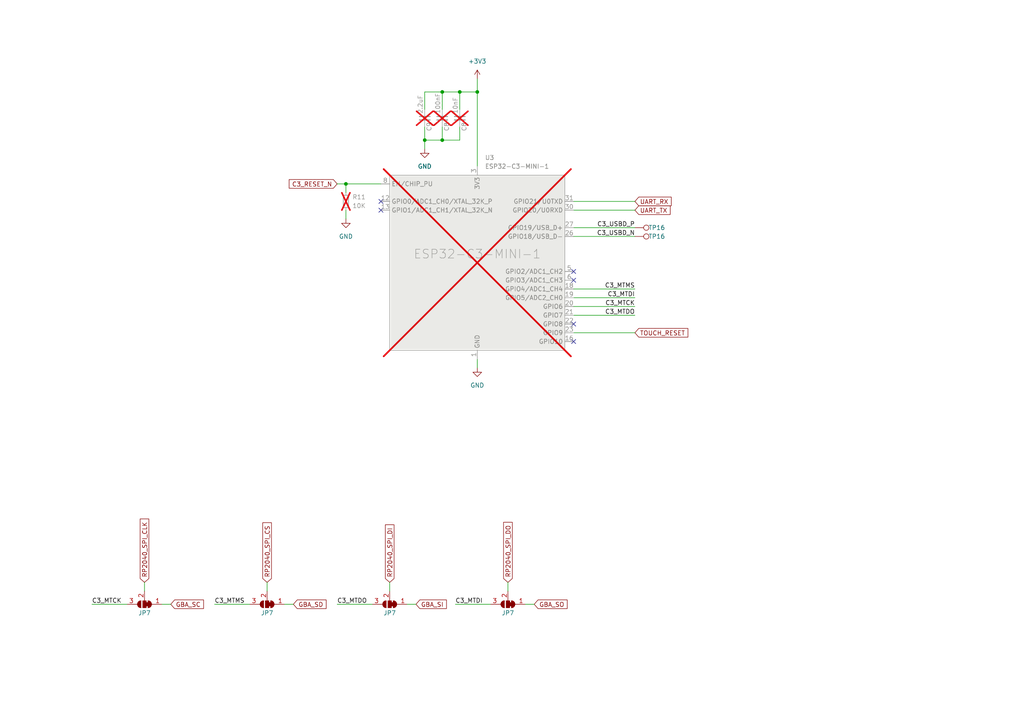
<source format=kicad_sch>
(kicad_sch (version 20230121) (generator eeschema)
  (paper "A4")
  (title_block (title "Kudzu") (date "2023-09-26") (rev "1"))
  (lib_symbols
    (symbol "Connector:TestPoint" (pin_numbers hide) (pin_names (offset 0.762) hide)
      (property "Reference" "TP" (at 0 6.858 0))
      (property "Value" "TestPoint" (at 0 5.08 0))
      (symbol "TestPoint_0_1"
        (circle (center 0 3.302) (radius 0.762))
      )
      (symbol "TestPoint_1_1"
        (pin passive line (at 0 0 90) (length 2.54) (name "1") (number "1"))
      )
    )
    (symbol "Device:C_Small" (pin_numbers hide) (pin_names (offset 0.254) hide)
      (property "Reference" "C" (at 0.254 1.778 0))
      (property "Value" "C_Small" (at 0.254 -2.032 0))
      (symbol "C_Small_0_1"
        (polyline (pts (xy -1.524 -0.508) (xy 1.524 -0.508)) (stroke (width 0.3302)))
        (polyline (pts (xy -1.524 0.508) (xy 1.524 0.508)) (stroke (width 0.3048)))
      )
      (symbol "C_Small_1_1"
        (pin passive line (at 0 2.54 270) (length 2.032) (name "~") (number "1"))
        (pin passive line (at 0 -2.54 90) (length 2.032) (name "~") (number "2"))
      )
    )
    (symbol "Device:R_Small" (pin_numbers hide) (pin_names (offset 0.254) hide)
      (property "Reference" "R" (at 0.762 0.508 0))
      (property "Value" "R_Small" (at 0.762 -1.016 0))
      (symbol "R_Small_0_1"
        (rectangle (start -0.762 1.778) (end 0.762 -1.778) (stroke (width 0.2032)))
      )
      (symbol "R_Small_1_1"
        (pin passive line (at 0 2.54 270) (length 0.762) (name "~") (number "1"))
        (pin passive line (at 0 -2.54 90) (length 0.762) (name "~") (number "2"))
      )
    )
    (symbol "Espressif:ESP32-C3-MINI-1"
      (property "Reference" "U" (at -25.4 30.48 0))
      (property "Value" "ESP32-C3-MINI-1" (at -25.4 27.94 0))
      (symbol "ESP32-C3-MINI-1_0_0"
        (text "ESP32-C3-MINI-1" (at 0 2.54 0) (effects (font (size 2.54 2.54))))
      )
      (symbol "ESP32-C3-MINI-1_0_1"
        (rectangle (start -25.4 25.4) (end 25.4 -25.4) (fill (type background)))
      )
      (symbol "ESP32-C3-MINI-1_1_1"
        (pin power_in line (at 0 -27.94 90) (length 2.54) (name "GND") (number "1"))
        (pin no_connect line (at -25.4 2.54 0) (length 2.54) hide (name "NC") (number "10"))
        (pin passive line (at 0 -27.94 90) (length 2.54) hide (name "GND") (number "11"))
        (pin bidirectional line (at -27.94 17.78 0) (length 2.54) (name "GPIO0/ADC1_CH0/XTAL_32K_P") (number "12"))
        (pin bidirectional line (at -27.94 15.24 0) (length 2.54) (name "GPIO1/ADC1_CH1/XTAL_32K_N") (number "13"))
        (pin passive line (at 0 -27.94 90) (length 2.54) hide (name "GND") (number "14"))
        (pin no_connect line (at -25.4 0 0) (length 2.54) hide (name "NC") (number "15"))
        (pin bidirectional line (at 27.94 -22.86 180) (length 2.54) (name "GPIO10") (number "16"))
        (pin no_connect line (at -25.4 -2.54 0) (length 2.54) hide (name "NC") (number "17"))
        (pin bidirectional line (at 27.94 -7.62 180) (length 2.54) (name "GPIO4/ADC1_CH4") (number "18"))
        (pin bidirectional line (at 27.94 -10.16 180) (length 2.54) (name "GPIO5/ADC2_CH0") (number "19"))
        (pin passive line (at 0 -27.94 90) (length 2.54) hide (name "GND") (number "2"))
        (pin bidirectional line (at 27.94 -12.7 180) (length 2.54) (name "GPIO6") (number "20"))
        (pin bidirectional line (at 27.94 -15.24 180) (length 2.54) (name "GPIO7") (number "21"))
        (pin bidirectional line (at 27.94 -17.78 180) (length 2.54) (name "GPIO8") (number "22"))
        (pin bidirectional line (at 27.94 -20.32 180) (length 2.54) (name "GPIO9") (number "23"))
        (pin no_connect line (at -25.4 -5.08 0) (length 2.54) hide (name "NC") (number "24"))
        (pin no_connect line (at -25.4 -7.62 0) (length 2.54) hide (name "NC") (number "25"))
        (pin bidirectional line (at 27.94 7.62 180) (length 2.54) (name "GPIO18/USB_D-") (number "26"))
        (pin bidirectional line (at 27.94 10.16 180) (length 2.54) (name "GPIO19/USB_D+") (number "27"))
        (pin no_connect line (at -25.4 -10.16 0) (length 2.54) hide (name "NC") (number "28"))
        (pin no_connect line (at -25.4 -12.7 0) (length 2.54) hide (name "NC") (number "29"))
        (pin power_in line (at 0 27.94 270) (length 2.54) (name "3V3") (number "3"))
        (pin bidirectional line (at 27.94 15.24 180) (length 2.54) (name "GPIO20/U0RXD") (number "30"))
        (pin bidirectional line (at 27.94 17.78 180) (length 2.54) (name "GPIO21/U0TXD") (number "31"))
        (pin no_connect line (at -25.4 -15.24 0) (length 2.54) hide (name "NC") (number "32"))
        (pin no_connect line (at -25.4 -17.78 0) (length 2.54) hide (name "NC") (number "33"))
        (pin no_connect line (at -25.4 -20.32 0) (length 2.54) hide (name "NC") (number "34"))
        (pin no_connect line (at -25.4 -22.86 0) (length 2.54) hide (name "NC") (number "35"))
        (pin passive line (at 0 -27.94 90) (length 2.54) hide (name "GND") (number "36"))
        (pin passive line (at 0 -27.94 90) (length 2.54) hide (name "GND") (number "37"))
        (pin passive line (at 0 -27.94 90) (length 2.54) hide (name "GND") (number "38"))
        (pin passive line (at 0 -27.94 90) (length 2.54) hide (name "GND") (number "39"))
        (pin no_connect line (at -25.4 10.16 0) (length 2.54) hide (name "NC") (number "4"))
        (pin passive line (at 0 -27.94 90) (length 2.54) hide (name "GND") (number "40"))
        (pin passive line (at 0 -27.94 90) (length 2.54) hide (name "GND") (number "41"))
        (pin passive line (at 0 -27.94 90) (length 2.54) hide (name "GND") (number "42"))
        (pin passive line (at 0 -27.94 90) (length 2.54) hide (name "GND") (number "43"))
        (pin passive line (at 0 -27.94 90) (length 2.54) hide (name "GND") (number "44"))
        (pin passive line (at 0 -27.94 90) (length 2.54) hide (name "GND") (number "45"))
        (pin passive line (at 0 -27.94 90) (length 2.54) hide (name "GND") (number "46"))
        (pin passive line (at 0 -27.94 90) (length 2.54) hide (name "GND") (number "47"))
        (pin passive line (at 0 -27.94 90) (length 2.54) hide (name "GND") (number "48"))
        (pin passive line (at 0 -27.94 90) (length 2.54) hide (name "GND") (number "49"))
        (pin bidirectional line (at 27.94 -2.54 180) (length 2.54) (name "GPIO2/ADC1_CH2") (number "5"))
        (pin passive line (at 0 -27.94 90) (length 2.54) hide (name "GND") (number "50"))
        (pin passive line (at 0 -27.94 90) (length 2.54) hide (name "GND") (number "51"))
        (pin passive line (at 0 -27.94 90) (length 2.54) hide (name "GND") (number "52"))
        (pin passive line (at 0 -27.94 90) (length 2.54) hide (name "GND") (number "53"))
        (pin bidirectional line (at 27.94 -5.08 180) (length 2.54) (name "GPIO3/ADC1_CH3") (number "6"))
        (pin no_connect line (at -25.4 7.62 0) (length 2.54) hide (name "NC") (number "7"))
        (pin input line (at -27.94 22.86 0) (length 2.54) (name "EN/CHIP_PU") (number "8"))
        (pin no_connect line (at -25.4 5.08 0) (length 2.54) hide (name "NC") (number "9"))
      )
    )
    (symbol "Jumper:SolderJumper_3_Bridged12" (pin_names (offset 0) hide)
      (property "Reference" "JP" (at -2.54 -2.54 0))
      (property "Value" "SolderJumper_3_Bridged12" (at 0 2.794 0))
      (symbol "SolderJumper_3_Bridged12_0_1"
        (rectangle (start -1.016 0.508) (end -0.508 -0.508) (fill (type outline)))
        (arc (start -1.016 1.016) (mid -2.0276 0) (end -1.016 -1.016))
        (arc (start -1.016 1.016) (mid -2.0276 0) (end -1.016 -1.016) (fill (type outline)))
        (rectangle (start -0.508 1.016) (end 0.508 -1.016) (fill (type outline)))
        (polyline (pts (xy -2.54 0) (xy -2.032 0)))
        (polyline (pts (xy -1.016 1.016) (xy -1.016 -1.016)))
        (polyline (pts (xy 0 -1.27) (xy 0 -1.016)))
        (polyline (pts (xy 1.016 1.016) (xy 1.016 -1.016)))
        (polyline (pts (xy 2.54 0) (xy 2.032 0)))
        (arc (start 1.016 -1.016) (mid 2.0276 0) (end 1.016 1.016))
        (arc (start 1.016 -1.016) (mid 2.0276 0) (end 1.016 1.016) (fill (type outline)))
      )
      (symbol "SolderJumper_3_Bridged12_1_1"
        (pin passive line (at -5.08 0 0) (length 2.54) (name "A") (number "1"))
        (pin passive line (at 0 -3.81 90) (length 2.54) (name "C") (number "2"))
        (pin passive line (at 5.08 0 180) (length 2.54) (name "B") (number "3"))
      )
    )
    (symbol "power:+3V3" (power) (pin_names (offset 0))
      (property "Value" "+3V3" (at 0 3.556 0))
      (symbol "+3V3_0_1"
        (polyline (pts (xy -0.762 1.27) (xy 0 2.54)))
        (polyline (pts (xy 0 0) (xy 0 2.54)))
        (polyline (pts (xy 0 2.54) (xy 0.762 1.27)))
      )
      (symbol "+3V3_1_1"
        (pin power_in line (at 0 0 90) (length 0) hide (name "+3V3") (number "1"))
      )
    )
    (symbol "power:GND" (power) (pin_names (offset 0))
      (property "Value" "GND" (at 0 -3.81 0))
      (symbol "GND_0_1"
        (polyline (pts (xy 0 0) (xy 0 -1.27) (xy 1.27 -1.27) (xy 0 -2.54) (xy -1.27 -1.27) (xy 0 -1.27)))
      )
      (symbol "GND_1_1"
        (pin power_in line (at 0 0 270) (length 0) hide (name "GND") (number "1"))
      )
    )
  )
  (junction (at 128.27 40.64))
  (junction (at 100.33 53.34))
  (junction (at 128.27 26.67))
  (junction (at 133.35 26.67))
  (junction (at 123.19 40.64))
  (junction (at 138.43 26.67))
  (no_connect (at 110.49 58.42))
  (no_connect (at 110.49 60.96))
  (no_connect (at 166.37 93.98))
  (no_connect (at 166.37 78.74))
  (no_connect (at 166.37 99.06))
  (no_connect (at 166.37 81.28))
  (wire (pts (xy 26.67 175.26) (xy 36.83 175.26)))
  (wire (pts (xy 138.43 104.14) (xy 138.43 106.68)))
  (wire (pts (xy 118.11 175.26) (xy 120.65 175.26)))
  (wire (pts (xy 128.27 26.67) (xy 133.35 26.67)))
  (wire (pts (xy 138.43 26.67) (xy 138.43 48.26)))
  (wire (pts (xy 41.91 168.91) (xy 41.91 171.45)))
  (wire (pts (xy 152.4 175.26) (xy 154.94 175.26)))
  (wire (pts (xy 166.37 88.9) (xy 184.15 88.9)))
  (wire (pts (xy 123.19 31.75) (xy 123.19 26.67)))
  (wire (pts (xy 100.33 53.34) (xy 110.49 53.34)))
  (wire (pts (xy 82.55 175.26) (xy 85.09 175.26)))
  (wire (pts (xy 100.33 60.96) (xy 100.33 63.5)))
  (wire (pts (xy 100.33 53.34) (xy 100.33 55.88)))
  (wire (pts (xy 166.37 96.52) (xy 184.15 96.52)))
  (wire (pts (xy 123.19 36.83) (xy 123.19 40.64)))
  (wire (pts (xy 97.79 175.26) (xy 107.95 175.26)))
  (wire (pts (xy 166.37 91.44) (xy 184.15 91.44)))
  (wire (pts (xy 166.37 86.36) (xy 184.15 86.36)))
  (wire (pts (xy 166.37 68.58) (xy 184.15 68.58)))
  (wire (pts (xy 46.99 175.26) (xy 49.53 175.26)))
  (wire (pts (xy 128.27 40.64) (xy 133.35 40.64)))
  (wire (pts (xy 147.32 168.91) (xy 147.32 171.45)))
  (wire (pts (xy 113.03 168.91) (xy 113.03 171.45)))
  (wire (pts (xy 166.37 66.04) (xy 184.15 66.04)))
  (wire (pts (xy 138.43 22.86) (xy 138.43 26.67)))
  (wire (pts (xy 166.37 58.42) (xy 184.15 58.42)))
  (wire (pts (xy 123.19 40.64) (xy 123.19 43.18)))
  (wire (pts (xy 166.37 60.96) (xy 184.15 60.96)))
  (wire (pts (xy 97.79 53.34) (xy 100.33 53.34)))
  (wire (pts (xy 133.35 26.67) (xy 133.35 31.75)))
  (wire (pts (xy 133.35 26.67) (xy 138.43 26.67)))
  (wire (pts (xy 133.35 40.64) (xy 133.35 36.83)))
  (wire (pts (xy 166.37 83.82) (xy 184.15 83.82)))
  (wire (pts (xy 132.08 175.26) (xy 142.24 175.26)))
  (wire (pts (xy 123.19 26.67) (xy 128.27 26.67)))
  (wire (pts (xy 62.23 175.26) (xy 72.39 175.26)))
  (wire (pts (xy 128.27 36.83) (xy 128.27 40.64)))
  (wire (pts (xy 128.27 26.67) (xy 128.27 31.75)))
  (wire (pts (xy 77.47 168.91) (xy 77.47 171.45)))
  (wire (pts (xy 123.19 40.64) (xy 128.27 40.64)))
  (label "C3_MTCK" (at 184.15 88.9 180))
  (label "C3_MTDO" (at 184.15 91.44 180))
  (label "C3_MTDI" (at 184.15 86.36 180))
  (label "C3_MTDO" (at 97.79 175.26 0))
  (label "C3_USBD_P" (at 184.15 66.04 180))
  (label "C3_MTMS" (at 184.15 83.82 180))
  (label "C3_USBD_N" (at 184.15 68.58 180))
  (label "C3_MTDI" (at 132.08 175.26 0))
  (label "C3_MTCK" (at 26.67 175.26 0))
  (label "C3_MTMS" (at 62.23 175.26 0))
  (global_label "C3_RESET_N" (shape input) (at 97.79 53.34 180) (property "Intersheetrefs" "${INTERSHEET_REFS}" (effects hide)))
  (global_label "RP2040_SPI_CLK" (shape input) (at 41.91 168.91 90) (property "Intersheetrefs" "${INTERSHEET_REFS}" (effects hide)))
  (global_label "GBA_SI" (shape input) (at 120.65 175.26 0) (property "Intersheetrefs" "${INTERSHEET_REFS}" (effects hide)))
  (global_label "RP2040_SPI_DO" (shape input) (at 147.32 168.91 90) (property "Intersheetrefs" "${INTERSHEET_REFS}" (effects hide)))
  (global_label "RP2040_SPI_CS" (shape input) (at 77.47 168.91 90) (property "Intersheetrefs" "${INTERSHEET_REFS}" (effects hide)))
  (global_label "GBA_SO" (shape input) (at 154.94 175.26 0) (property "Intersheetrefs" "${INTERSHEET_REFS}" (effects hide)))
  (global_label "UART_TX" (shape input) (at 184.15 60.96 0) (property "Intersheetrefs" "${INTERSHEET_REFS}" (effects hide)))
  (global_label "TOUCH_RESET" (shape input) (at 184.15 96.52 0) (property "Intersheetrefs" "${INTERSHEET_REFS}" (effects hide)))
  (global_label "GBA_SD" (shape input) (at 85.09 175.26 0) (property "Intersheetrefs" "${INTERSHEET_REFS}" (effects hide)))
  (global_label "RP2040_SPI_DI" (shape input) (at 113.03 168.91 90) (property "Intersheetrefs" "${INTERSHEET_REFS}" (effects hide)))
  (global_label "GBA_SC" (shape input) (at 49.53 175.26 0) (property "Intersheetrefs" "${INTERSHEET_REFS}" (effects hide)))
  (global_label "UART_RX" (shape input) (at 184.15 58.42 0) (property "Intersheetrefs" "${INTERSHEET_REFS}" (effects hide)))
  (symbol (lib_id "Jumper:SolderJumper_3_Bridged12") (at 113.03 175.26 180) (unit 1)
    (property "Reference" "JP7" (at 113.03 177.8 0))
    (property "Value" "SolderJumper_3_Bridged12" (effects hide))
    (property "Footprint" "Jumper:SolderJumper-3_P1.3mm_Bridged12_RoundedPad1.0x1.5mm" (effects hide))
    (instances (project "kudzu" (path "" (reference "JP7") (unit 1)) (path "" (reference "JP11") (unit 1))))
  )
  (symbol (lib_id "Jumper:SolderJumper_3_Bridged12") (at 147.32 175.26 180) (unit 1)
    (property "Reference" "JP7" (at 147.32 177.8 0))
    (property "Value" "SolderJumper_3_Bridged12" (effects hide))
    (property "Footprint" "Jumper:SolderJumper-3_P1.3mm_Bridged12_RoundedPad1.0x1.5mm" (effects hide))
    (instances (project "kudzu" (path "" (reference "JP7") (unit 1)) (path "" (reference "JP12") (unit 1))))
  )
  (symbol (lib_id "Device:C_Small") (at 123.19 34.29 0) (unit 1) (dnp yes)
    (property "Reference" "C9" (at 124.46 38.1 90) (effects (justify left)))
    (property "Value" "2.2uF" (at 121.92 33.02 90) (effects (justify left)))
    (property "Footprint" "Capacitor_SMD:C_0603_1608Metric" (effects hide))
    (property "Price @ 10" "0.03460" (effects hide))
    (property "Price @ 25" "0.02830" (effects hide))
    (property "DigiKey PN" "1276-1040-2-ND" (effects hide))
    (instances (project "kudzu" (path "" (reference "C9") (unit 1)) (path "" (reference "C9") (unit 1)) (path "" (reference "C30") (unit 1))))
  )
  (symbol (lib_id "Device:C_Small") (at 133.35 34.29 0) (unit 1) (dnp yes)
    (property "Reference" "C8" (at 134.62 38.1 90) (effects (justify left)))
    (property "Value" "10nF" (at 132.08 33.02 90) (effects (justify left)))
    (property "Footprint" "Capacitor_SMD:C_0603_1608Metric" (effects hide))
    (property "Price @ 10" "0.02500" (effects hide))
    (property "Price @ 25" "0.01340" (effects hide))
    (property "DigiKey PN" "1276-1009-2-ND" (effects hide))
    (instances (project "kudzu" (path "" (reference "C8") (unit 1)) (path "" (reference "C25") (unit 1)) (path "" (reference "C29") (unit 1))))
  )
  (symbol (lib_id "Device:R_Small") (at 100.33 58.42 0) (unit 1) (dnp yes)
    (property "Reference" "R11" (at 104.14 57.15 0))
    (property "Value" "10K" (at 104.14 59.69 0))
    (property "Footprint" "Resistor_SMD:R_0603_1608Metric" (effects hide))
    (property "Price @ 10" "0.03240" (effects hide))
    (property "Price @ 25" "0.02380" (effects hide))
    (property "DigiKey PN" "RNCP0603FTD10K0TR-ND" (effects hide))
    (instances (project "kudzu" (path "" (reference "R11") (unit 1)) (path "" (reference "R36") (unit 1)) (path "" (reference "R9") (unit 1))))
  )
  (symbol (lib_id "Jumper:SolderJumper_3_Bridged12") (at 41.91 175.26 180) (unit 1)
    (property "Reference" "JP7" (at 41.91 177.8 0))
    (property "Value" "SolderJumper_3_Bridged12" (effects hide))
    (property "Footprint" "Jumper:SolderJumper-3_P1.3mm_Bridged12_RoundedPad1.0x1.5mm" (effects hide))
    (instances (project "kudzu" (path "" (reference "JP7") (unit 1)) (path "" (reference "JP9") (unit 1))))
  )
  (symbol (lib_id "Connector:TestPoint") (at 184.15 66.04 270) (unit 1)
    (property "Reference" "TP16" (at 190.5 66.04 90))
    (property "Value" "DISP_RESET" (effects hide))
    (property "Footprint" "TestPoint:TestPoint_Pad_D1.0mm" (effects hide))
    (instances (project "kudzu" (path "" (reference "TP16") (unit 1)) (path "" (reference "TP16") (unit 1)) (path "" (reference "TP1") (unit 1))))
  )
  (symbol (lib_id "power:GND") (at 138.43 106.68 0) (unit 1)
    (property "Reference" "#PWR037" (effects hide))
    (property "Value" "GND" (at 138.43 111.76 0))
    (instances (project "kudzu" (path "" (reference "#PWR037") (unit 1)) (path "" (reference "#PWR071") (unit 1)) (path "" (reference "#PWR0103") (unit 1))))
  )
  (symbol (lib_id "Jumper:SolderJumper_3_Bridged12") (at 77.47 175.26 180) (unit 1)
    (property "Reference" "JP7" (at 77.47 177.8 0))
    (property "Value" "SolderJumper_3_Bridged12" (effects hide))
    (property "Footprint" "Jumper:SolderJumper-3_P1.3mm_Bridged12_RoundedPad1.0x1.5mm" (effects hide))
    (instances (project "kudzu" (path "" (reference "JP7") (unit 1)) (path "" (reference "JP10") (unit 1))))
  )
  (symbol (lib_id "Espressif:ESP32-C3-MINI-1") (at 138.43 76.2 0) (unit 1) (dnp yes)
    (property "Reference" "U3" (at 140.6241 45.72 0) (effects (justify left)))
    (property "Value" "ESP32-C3-MINI-1" (at 140.6241 48.26 0) (effects (justify left)))
    (property "Footprint" "Espressif:ESP32-C3-MINI-1_HandSoldering" (effects hide))
    (property "Datasheet" "https://www.espressif.com/sites/default/files/documentation/esp32-c3-mini-1_datasheet_en.pdf" (effects hide))
  )
  (symbol (lib_id "Connector:TestPoint") (at 184.15 68.58 270) (unit 1)
    (property "Reference" "TP16" (at 190.5 68.58 90))
    (property "Value" "DISP_RESET" (effects hide))
    (property "Footprint" "TestPoint:TestPoint_Pad_D1.0mm" (effects hide))
    (instances (project "kudzu" (path "" (reference "TP16") (unit 1)) (path "" (reference "TP16") (unit 1)) (path "" (reference "TP2") (unit 1))))
  )
  (symbol (lib_id "power:GND") (at 100.33 63.5 0) (unit 1)
    (property "Reference" "#PWR065" (effects hide))
    (property "Value" "GND" (at 100.33 68.58 0))
    (instances (project "kudzu" (path "" (reference "#PWR065") (unit 1)) (path "" (reference "#PWR062") (unit 1)) (path "" (reference "#PWR0105") (unit 1))))
  )
  (symbol (lib_id "power:+3V3") (at 138.43 22.86 0) (mirror y) (unit 1)
    (property "Reference" "#PWR061" (effects hide))
    (property "Value" "+3V3" (at 138.43 17.78 0))
    (instances (project "kudzu" (path "" (reference "#PWR061") (unit 1)) (path "" (reference "#PWR069") (unit 1)) (path "" (reference "#PWR0104") (unit 1))))
  )
  (symbol (lib_id "Device:C_Small") (at 128.27 34.29 0) (unit 1) (dnp yes)
    (property "Reference" "C8" (at 129.54 38.1 90) (effects (justify left)))
    (property "Value" "100nF" (at 127 33.02 90) (effects (justify left)))
    (property "Footprint" "Capacitor_SMD:C_0603_1608Metric" (effects hide))
    (property "Price @ 10" "0.01200" (effects hide))
    (property "Price @ 25" "0.00856" (effects hide))
    (property "DigiKey PN" "1276-1000-2-ND" (effects hide))
    (instances (project "kudzu" (path "" (reference "C8") (unit 1)) (path "" (reference "C25") (unit 1)) (path "" (reference "C31") (unit 1))))
  )
  (symbol (lib_id "power:GND") (at 123.19 43.18 0) (unit 1)
    (property "Reference" "#PWR065" (effects hide))
    (property "Value" "GND" (at 123.19 48.26 0))
    (instances (project "kudzu" (path "" (reference "#PWR065") (unit 1)) (path "" (reference "#PWR062") (unit 1)) (path "" (reference "#PWR0106") (unit 1))))
  )
)
</source>
